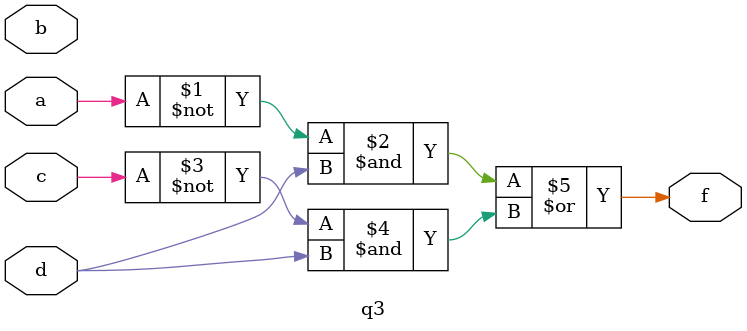
<source format=v>
module q3(a,b,c,d,f);
input a,b,c,d;
output f;
assign f=(~a&d)|(~c&d);
endmodule

</source>
